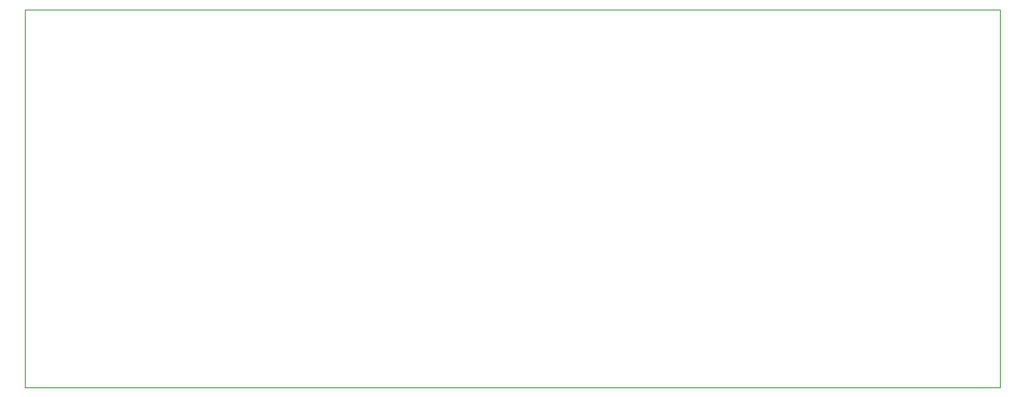
<source format=gbr>
G04 #@! TF.GenerationSoftware,KiCad,Pcbnew,(5.1.5)-3*
G04 #@! TF.CreationDate,2020-07-08T17:40:24+02:00*
G04 #@! TF.ProjectId,Mbed_Devboard,4d626564-5f44-4657-9662-6f6172642e6b,rev?*
G04 #@! TF.SameCoordinates,Original*
G04 #@! TF.FileFunction,Profile,NP*
%FSLAX46Y46*%
G04 Gerber Fmt 4.6, Leading zero omitted, Abs format (unit mm)*
G04 Created by KiCad (PCBNEW (5.1.5)-3) date 2020-07-08 17:40:24*
%MOMM*%
%LPD*%
G04 APERTURE LIST*
%ADD10C,0.050000*%
G04 APERTURE END LIST*
D10*
X94996000Y-38862000D02*
X197866000Y-38862000D01*
X94996000Y-78740000D02*
X94996000Y-38862000D01*
X197866000Y-78740000D02*
X94996000Y-78740000D01*
X197866000Y-38862000D02*
X197866000Y-78740000D01*
M02*

</source>
